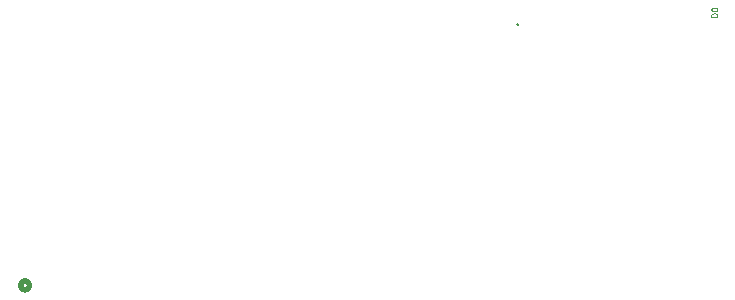
<source format=gbo>
%TF.GenerationSoftware,KiCad,Pcbnew,(7.0.0)*%
%TF.CreationDate,2023-03-13T22:40:24-04:00*%
%TF.ProjectId,luminator,6c756d69-6e61-4746-9f72-2e6b69636164,rev?*%
%TF.SameCoordinates,Original*%
%TF.FileFunction,Legend,Bot*%
%TF.FilePolarity,Positive*%
%FSLAX46Y46*%
G04 Gerber Fmt 4.6, Leading zero omitted, Abs format (unit mm)*
G04 Created by KiCad (PCBNEW (7.0.0)) date 2023-03-13 22:40:24*
%MOMM*%
%LPD*%
G01*
G04 APERTURE LIST*
%ADD10C,0.075000*%
%ADD11C,0.150000*%
%ADD12C,0.508000*%
%ADD13C,1.600000*%
%ADD14R,1.295400X1.295400*%
%ADD15C,1.295400*%
%ADD16R,1.227074X1.227074*%
%ADD17C,1.227074*%
%ADD18R,1.600000X1.600000*%
%ADD19C,1.200000*%
%ADD20C,1.498600*%
%ADD21C,1.524000*%
%ADD22C,3.000000*%
%ADD23R,2.000000X2.000000*%
%ADD24C,2.000000*%
%ADD25R,1.508000X1.508000*%
%ADD26C,1.508000*%
%ADD27C,1.803400*%
%ADD28C,3.200000*%
%ADD29O,1.727200X1.727200*%
%ADD30R,1.727200X1.727200*%
G04 APERTURE END LIST*
D10*
X100273309Y-58281047D02*
X100773309Y-58281047D01*
X100773309Y-58281047D02*
X100773309Y-58161999D01*
X100773309Y-58161999D02*
X100749500Y-58090571D01*
X100749500Y-58090571D02*
X100701880Y-58042952D01*
X100701880Y-58042952D02*
X100654261Y-58019142D01*
X100654261Y-58019142D02*
X100559023Y-57995333D01*
X100559023Y-57995333D02*
X100487595Y-57995333D01*
X100487595Y-57995333D02*
X100392357Y-58019142D01*
X100392357Y-58019142D02*
X100344738Y-58042952D01*
X100344738Y-58042952D02*
X100297119Y-58090571D01*
X100297119Y-58090571D02*
X100273309Y-58161999D01*
X100273309Y-58161999D02*
X100273309Y-58281047D01*
X100773309Y-57685809D02*
X100773309Y-57638190D01*
X100773309Y-57638190D02*
X100749500Y-57590571D01*
X100749500Y-57590571D02*
X100725690Y-57566761D01*
X100725690Y-57566761D02*
X100678071Y-57542952D01*
X100678071Y-57542952D02*
X100582833Y-57519142D01*
X100582833Y-57519142D02*
X100463785Y-57519142D01*
X100463785Y-57519142D02*
X100368547Y-57542952D01*
X100368547Y-57542952D02*
X100320928Y-57566761D01*
X100320928Y-57566761D02*
X100297119Y-57590571D01*
X100297119Y-57590571D02*
X100273309Y-57638190D01*
X100273309Y-57638190D02*
X100273309Y-57685809D01*
X100273309Y-57685809D02*
X100297119Y-57733428D01*
X100297119Y-57733428D02*
X100320928Y-57757237D01*
X100320928Y-57757237D02*
X100368547Y-57781047D01*
X100368547Y-57781047D02*
X100463785Y-57804856D01*
X100463785Y-57804856D02*
X100582833Y-57804856D01*
X100582833Y-57804856D02*
X100678071Y-57781047D01*
X100678071Y-57781047D02*
X100725690Y-57757237D01*
X100725690Y-57757237D02*
X100749500Y-57733428D01*
X100749500Y-57733428D02*
X100773309Y-57685809D01*
D11*
X83838142Y-58928000D02*
X83885761Y-58975619D01*
X83885761Y-58975619D02*
X83933380Y-58928000D01*
X83933380Y-58928000D02*
X83885761Y-58880381D01*
X83885761Y-58880381D02*
X83838142Y-58928000D01*
X83838142Y-58928000D02*
X83933380Y-58928000D01*
D12*
X42545000Y-81026000D02*
G75*
G03*
X42545000Y-81026000I-381000J0D01*
G01*
%LPC*%
D13*
X240538000Y-98806000D03*
X238038000Y-98806000D03*
D14*
X133921499Y-74231499D03*
D15*
X133921500Y-76771500D03*
X133921500Y-79311500D03*
X133921500Y-81851500D03*
X133921500Y-84391500D03*
X133921500Y-86931500D03*
X133921500Y-89471500D03*
X133921500Y-92011500D03*
X141541500Y-92011500D03*
X141541500Y-89471500D03*
X141541500Y-86931500D03*
X141541500Y-84391500D03*
X141541500Y-81851500D03*
X141541500Y-79311500D03*
X141541500Y-76771500D03*
X141541500Y-74231500D03*
D16*
X224682999Y-45084999D03*
D17*
X224683000Y-42545000D03*
X224683000Y-40005000D03*
X224683000Y-37465000D03*
X224683000Y-34925000D03*
X224683000Y-32385000D03*
X224683000Y-29845000D03*
X224683000Y-27305000D03*
X224683000Y-24765000D03*
X217063000Y-24765000D03*
X217063000Y-27305000D03*
X217063000Y-29845000D03*
X217063000Y-32385000D03*
X217063000Y-34925000D03*
X217063000Y-37465000D03*
X217063000Y-40005000D03*
X217063000Y-42545000D03*
X217063000Y-45085000D03*
D14*
X320428299Y-119443499D03*
D15*
X320428300Y-116903500D03*
X320428300Y-114363500D03*
X320428300Y-111823500D03*
X320428300Y-109283500D03*
X320428300Y-106743500D03*
X320428300Y-104203500D03*
X320428300Y-101663500D03*
X312808300Y-101663500D03*
X312808300Y-104203500D03*
X312808300Y-106743500D03*
X312808300Y-109283500D03*
X312808300Y-111823500D03*
X312808300Y-114363500D03*
X312808300Y-116903500D03*
X312808300Y-119443500D03*
D13*
X200533000Y-73406000D03*
X198033000Y-73406000D03*
D18*
X47941112Y-108457999D03*
D13*
X45441113Y-108458000D03*
X240538000Y-73406000D03*
X238038000Y-73406000D03*
D16*
X224682999Y-119379999D03*
D17*
X224683000Y-116840000D03*
X224683000Y-114300000D03*
X224683000Y-111760000D03*
X224683000Y-109220000D03*
X224683000Y-106680000D03*
X224683000Y-104140000D03*
X224683000Y-101600000D03*
X224683000Y-99060000D03*
X217063000Y-99060000D03*
X217063000Y-101600000D03*
X217063000Y-104140000D03*
X217063000Y-106680000D03*
X217063000Y-109220000D03*
X217063000Y-111760000D03*
X217063000Y-114300000D03*
X217063000Y-116840000D03*
X217063000Y-119380000D03*
D19*
X228747000Y-99060000D03*
X228747000Y-101600000D03*
X228747000Y-104140000D03*
X228747000Y-106680000D03*
X228747000Y-109220000D03*
X228747000Y-111760000D03*
X228747000Y-114300000D03*
X228747000Y-116840000D03*
X228747000Y-119380000D03*
D20*
X290055300Y-120650000D03*
X287515300Y-120650000D03*
X290055300Y-118110000D03*
X287515300Y-118110000D03*
X290055300Y-115570000D03*
X287515300Y-115570000D03*
X290055300Y-113030000D03*
X287515300Y-113030000D03*
X290055300Y-110490000D03*
X287515300Y-110490000D03*
X290055300Y-107950000D03*
X287515300Y-107950000D03*
X290055300Y-105410000D03*
X287515300Y-105410000D03*
X290055300Y-102870000D03*
X287515300Y-102870000D03*
X290055300Y-100330000D03*
X287515300Y-100330000D03*
X290055300Y-97790000D03*
X287515300Y-97790000D03*
D13*
X107144500Y-70612000D03*
X109644500Y-70612000D03*
D19*
X118935500Y-119380000D03*
X118935500Y-116840000D03*
X118935500Y-114300000D03*
X118935500Y-111760000D03*
X118935500Y-109220000D03*
X118935500Y-106680000D03*
X118935500Y-104140000D03*
X118935500Y-101600000D03*
X118935500Y-99060000D03*
D21*
X250050300Y-86995000D03*
X247510300Y-86995000D03*
X250050300Y-84455000D03*
X247510300Y-84455000D03*
X250050300Y-81915000D03*
X247510300Y-81915000D03*
X250050300Y-79375000D03*
X247510300Y-79375000D03*
X250050300Y-76835000D03*
X247510300Y-76835000D03*
X250050300Y-74295000D03*
X247510300Y-74295000D03*
X250050300Y-71755000D03*
X247510300Y-71755000D03*
X250050300Y-69215000D03*
X247510300Y-69215000D03*
X250050300Y-66675000D03*
X247510300Y-66675000D03*
X250050300Y-64135000D03*
X247510300Y-64135000D03*
X250050300Y-61595000D03*
X247510300Y-61595000D03*
X250050300Y-59055000D03*
X247510300Y-59055000D03*
X250050300Y-56515000D03*
X247510300Y-56515000D03*
X250050300Y-53975000D03*
X247510300Y-53975000D03*
X250050300Y-51435000D03*
X247510300Y-51435000D03*
X250050300Y-48895000D03*
X247510300Y-48895000D03*
X250050300Y-46355000D03*
X247510300Y-46355000D03*
X250050300Y-43815000D03*
X247510300Y-43815000D03*
X250050300Y-41275000D03*
X247510300Y-41275000D03*
X250050300Y-38735000D03*
X247510300Y-38735000D03*
X250050300Y-36195000D03*
X247510300Y-36195000D03*
X250050300Y-33655000D03*
X247510300Y-33655000D03*
X250050300Y-31115000D03*
X247510300Y-31115000D03*
X250050300Y-28575000D03*
X247510300Y-28575000D03*
X250050300Y-26035000D03*
X247510300Y-26035000D03*
D20*
X210058000Y-120650000D03*
X207518000Y-120650000D03*
X210058000Y-118110000D03*
X207518000Y-118110000D03*
X210058000Y-115570000D03*
X207518000Y-115570000D03*
X210058000Y-113030000D03*
X207518000Y-113030000D03*
X210058000Y-110490000D03*
X207518000Y-110490000D03*
X210058000Y-107950000D03*
X207518000Y-107950000D03*
X210058000Y-105410000D03*
X207518000Y-105410000D03*
X210058000Y-102870000D03*
X207518000Y-102870000D03*
X210058000Y-100330000D03*
X207518000Y-100330000D03*
X210058000Y-97790000D03*
X207518000Y-97790000D03*
D14*
X200425999Y-45148499D03*
D15*
X200426000Y-42608500D03*
X200426000Y-40068500D03*
X200426000Y-37528500D03*
X200426000Y-34988500D03*
X200426000Y-32448500D03*
X200426000Y-29908500D03*
X200426000Y-27368500D03*
X192806000Y-27368500D03*
X192806000Y-29908500D03*
X192806000Y-32448500D03*
X192806000Y-34988500D03*
X192806000Y-37528500D03*
X192806000Y-40068500D03*
X192806000Y-42608500D03*
X192806000Y-45148500D03*
D14*
X280423299Y-119443499D03*
D15*
X280423300Y-116903500D03*
X280423300Y-114363500D03*
X280423300Y-111823500D03*
X280423300Y-109283500D03*
X280423300Y-106743500D03*
X280423300Y-104203500D03*
X280423300Y-101663500D03*
X272803300Y-101663500D03*
X272803300Y-104203500D03*
X272803300Y-106743500D03*
X272803300Y-109283500D03*
X272803300Y-111823500D03*
X272803300Y-114363500D03*
X272803300Y-116903500D03*
X272803300Y-119443500D03*
D19*
X268739300Y-24765000D03*
X268739300Y-27305000D03*
X268739300Y-29845000D03*
X268739300Y-32385000D03*
X268739300Y-34925000D03*
X268739300Y-37465000D03*
X268739300Y-40005000D03*
X268739300Y-42545000D03*
X268739300Y-45085000D03*
D13*
X133814500Y-45974000D03*
X136314500Y-45974000D03*
D14*
X280423299Y-45148499D03*
D15*
X280423300Y-42608500D03*
X280423300Y-40068500D03*
X280423300Y-37528500D03*
X280423300Y-34988500D03*
X280423300Y-32448500D03*
X280423300Y-29908500D03*
X280423300Y-27368500D03*
X272803300Y-27368500D03*
X272803300Y-29908500D03*
X272803300Y-32448500D03*
X272803300Y-34988500D03*
X272803300Y-37528500D03*
X272803300Y-40068500D03*
X272803300Y-42608500D03*
X272803300Y-45148500D03*
D13*
X240538000Y-48514000D03*
X238038000Y-48514000D03*
D16*
X122999499Y-74294999D03*
D17*
X122999500Y-76835000D03*
X122999500Y-79375000D03*
X122999500Y-81915000D03*
X122999500Y-84455000D03*
X122999500Y-86995000D03*
X122999500Y-89535000D03*
X122999500Y-92075000D03*
X122999500Y-94615000D03*
X130619500Y-94615000D03*
X130619500Y-92075000D03*
X130619500Y-89535000D03*
X130619500Y-86995000D03*
X130619500Y-84455000D03*
X130619500Y-81915000D03*
X130619500Y-79375000D03*
X130619500Y-76835000D03*
X130619500Y-74295000D03*
D16*
X304680299Y-119379999D03*
D17*
X304680300Y-116840000D03*
X304680300Y-114300000D03*
X304680300Y-111760000D03*
X304680300Y-109220000D03*
X304680300Y-106680000D03*
X304680300Y-104140000D03*
X304680300Y-101600000D03*
X304680300Y-99060000D03*
X297060300Y-99060000D03*
X297060300Y-101600000D03*
X297060300Y-104140000D03*
X297060300Y-106680000D03*
X297060300Y-109220000D03*
X297060300Y-111760000D03*
X297060300Y-114300000D03*
X297060300Y-116840000D03*
X297060300Y-119380000D03*
D16*
X304680299Y-69849999D03*
D17*
X304680300Y-67310000D03*
X304680300Y-64770000D03*
X304680300Y-62230000D03*
X304680300Y-59690000D03*
X304680300Y-57150000D03*
X304680300Y-54610000D03*
X304680300Y-52070000D03*
X304680300Y-49530000D03*
X297060300Y-49530000D03*
X297060300Y-52070000D03*
X297060300Y-54610000D03*
X297060300Y-57150000D03*
X297060300Y-59690000D03*
X297060300Y-62230000D03*
X297060300Y-64770000D03*
X297060300Y-67310000D03*
X297060300Y-69850000D03*
D13*
X200533000Y-98806000D03*
X198033000Y-98806000D03*
D20*
X250050300Y-120650000D03*
X247510300Y-120650000D03*
X250050300Y-118110000D03*
X247510300Y-118110000D03*
X250050300Y-115570000D03*
X247510300Y-115570000D03*
X250050300Y-113030000D03*
X247510300Y-113030000D03*
X250050300Y-110490000D03*
X247510300Y-110490000D03*
X250050300Y-107950000D03*
X247510300Y-107950000D03*
X250050300Y-105410000D03*
X247510300Y-105410000D03*
X250050300Y-102870000D03*
X247510300Y-102870000D03*
X250050300Y-100330000D03*
X247510300Y-100330000D03*
X250050300Y-97790000D03*
X247510300Y-97790000D03*
D13*
X280530300Y-73406000D03*
X278030300Y-73406000D03*
D14*
X240430999Y-69913499D03*
D15*
X240431000Y-67373500D03*
X240431000Y-64833500D03*
X240431000Y-62293500D03*
X240431000Y-59753500D03*
X240431000Y-57213500D03*
X240431000Y-54673500D03*
X240431000Y-52133500D03*
X232811000Y-52133500D03*
X232811000Y-54673500D03*
X232811000Y-57213500D03*
X232811000Y-59753500D03*
X232811000Y-62293500D03*
X232811000Y-64833500D03*
X232811000Y-67373500D03*
X232811000Y-69913500D03*
D19*
X268739300Y-99060000D03*
X268739300Y-101600000D03*
X268739300Y-104140000D03*
X268739300Y-106680000D03*
X268739300Y-109220000D03*
X268739300Y-111760000D03*
X268739300Y-114300000D03*
X268739300Y-116840000D03*
X268739300Y-119380000D03*
X308744300Y-49530000D03*
X308744300Y-52070000D03*
X308744300Y-54610000D03*
X308744300Y-57150000D03*
X308744300Y-59690000D03*
X308744300Y-62230000D03*
X308744300Y-64770000D03*
X308744300Y-67310000D03*
X308744300Y-69850000D03*
D16*
X149669499Y-49529999D03*
D17*
X149669500Y-52070000D03*
X149669500Y-54610000D03*
X149669500Y-57150000D03*
X149669500Y-59690000D03*
X149669500Y-62230000D03*
X149669500Y-64770000D03*
X149669500Y-67310000D03*
X149669500Y-69850000D03*
X157289500Y-69850000D03*
X157289500Y-67310000D03*
X157289500Y-64770000D03*
X157289500Y-62230000D03*
X157289500Y-59690000D03*
X157289500Y-57150000D03*
X157289500Y-54610000D03*
X157289500Y-52070000D03*
X157289500Y-49530000D03*
D14*
X107251499Y-98996499D03*
D15*
X107251500Y-101536500D03*
X107251500Y-104076500D03*
X107251500Y-106616500D03*
X107251500Y-109156500D03*
X107251500Y-111696500D03*
X107251500Y-114236500D03*
X107251500Y-116776500D03*
X114871500Y-116776500D03*
X114871500Y-114236500D03*
X114871500Y-111696500D03*
X114871500Y-109156500D03*
X114871500Y-106616500D03*
X114871500Y-104076500D03*
X114871500Y-101536500D03*
X114871500Y-98996500D03*
D14*
X200425999Y-69913499D03*
D15*
X200426000Y-67373500D03*
X200426000Y-64833500D03*
X200426000Y-62293500D03*
X200426000Y-59753500D03*
X200426000Y-57213500D03*
X200426000Y-54673500D03*
X200426000Y-52133500D03*
X192806000Y-52133500D03*
X192806000Y-54673500D03*
X192806000Y-57213500D03*
X192806000Y-59753500D03*
X192806000Y-62293500D03*
X192806000Y-64833500D03*
X192806000Y-67373500D03*
X192806000Y-69913500D03*
D22*
X69304000Y-62123000D03*
X69304000Y-109073000D03*
X93814000Y-62123000D03*
X93814000Y-109073000D03*
D23*
X94233999Y-101112999D03*
D24*
X94234000Y-98573000D03*
X94234000Y-96033000D03*
X94234000Y-93493000D03*
X94234000Y-90953000D03*
X94234000Y-88413000D03*
X94234000Y-85873000D03*
X94234000Y-83333000D03*
X94234000Y-80793000D03*
X94234000Y-78253000D03*
X94234000Y-75713000D03*
X94234000Y-73173000D03*
X94234000Y-70633000D03*
X94234000Y-68093000D03*
X94234000Y-65553000D03*
X68834000Y-65553000D03*
X68834000Y-68093000D03*
X68834000Y-70633000D03*
X68834000Y-73173000D03*
X68834000Y-75713000D03*
X68834000Y-78253000D03*
X68834000Y-80793000D03*
X68834000Y-83333000D03*
X68834000Y-85873000D03*
X68834000Y-88413000D03*
X68834000Y-90953000D03*
X68834000Y-93493000D03*
X68834000Y-96033000D03*
X68834000Y-98573000D03*
X68834000Y-101113000D03*
D16*
X122999499Y-49529999D03*
D17*
X122999500Y-52070000D03*
X122999500Y-54610000D03*
X122999500Y-57150000D03*
X122999500Y-59690000D03*
X122999500Y-62230000D03*
X122999500Y-64770000D03*
X122999500Y-67310000D03*
X122999500Y-69850000D03*
X130619500Y-69850000D03*
X130619500Y-67310000D03*
X130619500Y-64770000D03*
X130619500Y-62230000D03*
X130619500Y-59690000D03*
X130619500Y-57150000D03*
X130619500Y-54610000D03*
X130619500Y-52070000D03*
X130619500Y-49530000D03*
D14*
X240430999Y-45148499D03*
D15*
X240431000Y-42608500D03*
X240431000Y-40068500D03*
X240431000Y-37528500D03*
X240431000Y-34988500D03*
X240431000Y-32448500D03*
X240431000Y-29908500D03*
X240431000Y-27368500D03*
X232811000Y-27368500D03*
X232811000Y-29908500D03*
X232811000Y-32448500D03*
X232811000Y-34988500D03*
X232811000Y-37528500D03*
X232811000Y-40068500D03*
X232811000Y-42608500D03*
X232811000Y-45148500D03*
D14*
X133921499Y-24701499D03*
D15*
X133921500Y-27241500D03*
X133921500Y-29781500D03*
X133921500Y-32321500D03*
X133921500Y-34861500D03*
X133921500Y-37401500D03*
X133921500Y-39941500D03*
X133921500Y-42481500D03*
X141541500Y-42481500D03*
X141541500Y-39941500D03*
X141541500Y-37401500D03*
X141541500Y-34861500D03*
X141541500Y-32321500D03*
X141541500Y-29781500D03*
X141541500Y-27241500D03*
X141541500Y-24701500D03*
D19*
X188742000Y-99060000D03*
X188742000Y-101600000D03*
X188742000Y-104140000D03*
X188742000Y-106680000D03*
X188742000Y-109220000D03*
X188742000Y-111760000D03*
X188742000Y-114300000D03*
X188742000Y-116840000D03*
X188742000Y-119380000D03*
X188742000Y-74295000D03*
X188742000Y-76835000D03*
X188742000Y-79375000D03*
X188742000Y-81915000D03*
X188742000Y-84455000D03*
X188742000Y-86995000D03*
X188742000Y-89535000D03*
X188742000Y-92075000D03*
X188742000Y-94615000D03*
X145605500Y-45085000D03*
X145605500Y-42545000D03*
X145605500Y-40005000D03*
X145605500Y-37465000D03*
X145605500Y-34925000D03*
X145605500Y-32385000D03*
X145605500Y-29845000D03*
X145605500Y-27305000D03*
X145605500Y-24765000D03*
X145605500Y-119380000D03*
X145605500Y-116840000D03*
X145605500Y-114300000D03*
X145605500Y-111760000D03*
X145605500Y-109220000D03*
X145605500Y-106680000D03*
X145605500Y-104140000D03*
X145605500Y-101600000D03*
X145605500Y-99060000D03*
D13*
X320535300Y-98806000D03*
X318035300Y-98806000D03*
D19*
X228747000Y-24765000D03*
X228747000Y-27305000D03*
X228747000Y-29845000D03*
X228747000Y-32385000D03*
X228747000Y-34925000D03*
X228747000Y-37465000D03*
X228747000Y-40005000D03*
X228747000Y-42545000D03*
X228747000Y-45085000D03*
D16*
X149669499Y-24764999D03*
D17*
X149669500Y-27305000D03*
X149669500Y-29845000D03*
X149669500Y-32385000D03*
X149669500Y-34925000D03*
X149669500Y-37465000D03*
X149669500Y-40005000D03*
X149669500Y-42545000D03*
X149669500Y-45085000D03*
X157289500Y-45085000D03*
X157289500Y-42545000D03*
X157289500Y-40005000D03*
X157289500Y-37465000D03*
X157289500Y-34925000D03*
X157289500Y-32385000D03*
X157289500Y-29845000D03*
X157289500Y-27305000D03*
X157289500Y-24765000D03*
D16*
X264675299Y-69849999D03*
D17*
X264675300Y-67310000D03*
X264675300Y-64770000D03*
X264675300Y-62230000D03*
X264675300Y-59690000D03*
X264675300Y-57150000D03*
X264675300Y-54610000D03*
X264675300Y-52070000D03*
X264675300Y-49530000D03*
X257055300Y-49530000D03*
X257055300Y-52070000D03*
X257055300Y-54610000D03*
X257055300Y-57150000D03*
X257055300Y-59690000D03*
X257055300Y-62230000D03*
X257055300Y-64770000D03*
X257055300Y-67310000D03*
X257055300Y-69850000D03*
D16*
X184677999Y-94614999D03*
D17*
X184678000Y-92075000D03*
X184678000Y-89535000D03*
X184678000Y-86995000D03*
X184678000Y-84455000D03*
X184678000Y-81915000D03*
X184678000Y-79375000D03*
X184678000Y-76835000D03*
X184678000Y-74295000D03*
X177058000Y-74295000D03*
X177058000Y-76835000D03*
X177058000Y-79375000D03*
X177058000Y-81915000D03*
X177058000Y-84455000D03*
X177058000Y-86995000D03*
X177058000Y-89535000D03*
X177058000Y-92075000D03*
X177058000Y-94615000D03*
D13*
X134068500Y-70866000D03*
X136568500Y-70866000D03*
D14*
X240430999Y-119443499D03*
D15*
X240431000Y-116903500D03*
X240431000Y-114363500D03*
X240431000Y-111823500D03*
X240431000Y-109283500D03*
X240431000Y-106743500D03*
X240431000Y-104203500D03*
X240431000Y-101663500D03*
X232811000Y-101663500D03*
X232811000Y-104203500D03*
X232811000Y-106743500D03*
X232811000Y-109283500D03*
X232811000Y-111823500D03*
X232811000Y-114363500D03*
X232811000Y-116903500D03*
X232811000Y-119443500D03*
D16*
X149669499Y-99059999D03*
D17*
X149669500Y-101600000D03*
X149669500Y-104140000D03*
X149669500Y-106680000D03*
X149669500Y-109220000D03*
X149669500Y-111760000D03*
X149669500Y-114300000D03*
X149669500Y-116840000D03*
X149669500Y-119380000D03*
X157289500Y-119380000D03*
X157289500Y-116840000D03*
X157289500Y-114300000D03*
X157289500Y-111760000D03*
X157289500Y-109220000D03*
X157289500Y-106680000D03*
X157289500Y-104140000D03*
X157289500Y-101600000D03*
X157289500Y-99060000D03*
D21*
X210058000Y-86995000D03*
X207518000Y-86995000D03*
X210058000Y-84455000D03*
X207518000Y-84455000D03*
X210058000Y-81915000D03*
X207518000Y-81915000D03*
X210058000Y-79375000D03*
X207518000Y-79375000D03*
X210058000Y-76835000D03*
X207518000Y-76835000D03*
X210058000Y-74295000D03*
X207518000Y-74295000D03*
X210058000Y-71755000D03*
X207518000Y-71755000D03*
X210058000Y-69215000D03*
X207518000Y-69215000D03*
X210058000Y-66675000D03*
X207518000Y-66675000D03*
X210058000Y-64135000D03*
X207518000Y-64135000D03*
X210058000Y-61595000D03*
X207518000Y-61595000D03*
X210058000Y-59055000D03*
X207518000Y-59055000D03*
X210058000Y-56515000D03*
X207518000Y-56515000D03*
X210058000Y-53975000D03*
X207518000Y-53975000D03*
X210058000Y-51435000D03*
X207518000Y-51435000D03*
X210058000Y-48895000D03*
X207518000Y-48895000D03*
X210058000Y-46355000D03*
X207518000Y-46355000D03*
X210058000Y-43815000D03*
X207518000Y-43815000D03*
X210058000Y-41275000D03*
X207518000Y-41275000D03*
X210058000Y-38735000D03*
X207518000Y-38735000D03*
X210058000Y-36195000D03*
X207518000Y-36195000D03*
X210058000Y-33655000D03*
X207518000Y-33655000D03*
X210058000Y-31115000D03*
X207518000Y-31115000D03*
X210058000Y-28575000D03*
X207518000Y-28575000D03*
X210058000Y-26035000D03*
X207518000Y-26035000D03*
D16*
X264675299Y-45084999D03*
D17*
X264675300Y-42545000D03*
X264675300Y-40005000D03*
X264675300Y-37465000D03*
X264675300Y-34925000D03*
X264675300Y-32385000D03*
X264675300Y-29845000D03*
X264675300Y-27305000D03*
X264675300Y-24765000D03*
X257055300Y-24765000D03*
X257055300Y-27305000D03*
X257055300Y-29845000D03*
X257055300Y-32385000D03*
X257055300Y-34925000D03*
X257055300Y-37465000D03*
X257055300Y-40005000D03*
X257055300Y-42545000D03*
X257055300Y-45085000D03*
D16*
X184677999Y-119379999D03*
D17*
X184678000Y-116840000D03*
X184678000Y-114300000D03*
X184678000Y-111760000D03*
X184678000Y-109220000D03*
X184678000Y-106680000D03*
X184678000Y-104140000D03*
X184678000Y-101600000D03*
X184678000Y-99060000D03*
X177058000Y-99060000D03*
X177058000Y-101600000D03*
X177058000Y-104140000D03*
X177058000Y-106680000D03*
X177058000Y-109220000D03*
X177058000Y-111760000D03*
X177058000Y-114300000D03*
X177058000Y-116840000D03*
X177058000Y-119380000D03*
D14*
X320428299Y-45148499D03*
D15*
X320428300Y-42608500D03*
X320428300Y-40068500D03*
X320428300Y-37528500D03*
X320428300Y-34988500D03*
X320428300Y-32448500D03*
X320428300Y-29908500D03*
X320428300Y-27368500D03*
X312808300Y-27368500D03*
X312808300Y-29908500D03*
X312808300Y-32448500D03*
X312808300Y-34988500D03*
X312808300Y-37528500D03*
X312808300Y-40068500D03*
X312808300Y-42608500D03*
X312808300Y-45148500D03*
D13*
X107144500Y-45974000D03*
X109644500Y-45974000D03*
D25*
X41401999Y-117855999D03*
D26*
X43942000Y-117856000D03*
X46482000Y-117856000D03*
D19*
X308744300Y-24765000D03*
X308744300Y-27305000D03*
X308744300Y-29845000D03*
X308744300Y-32385000D03*
X308744300Y-34925000D03*
X308744300Y-37465000D03*
X308744300Y-40005000D03*
X308744300Y-42545000D03*
X308744300Y-45085000D03*
D16*
X149669499Y-74294999D03*
D17*
X149669500Y-76835000D03*
X149669500Y-79375000D03*
X149669500Y-81915000D03*
X149669500Y-84455000D03*
X149669500Y-86995000D03*
X149669500Y-89535000D03*
X149669500Y-92075000D03*
X149669500Y-94615000D03*
X157289500Y-94615000D03*
X157289500Y-92075000D03*
X157289500Y-89535000D03*
X157289500Y-86995000D03*
X157289500Y-84455000D03*
X157289500Y-81915000D03*
X157289500Y-79375000D03*
X157289500Y-76835000D03*
X157289500Y-74295000D03*
D13*
X280530300Y-48514000D03*
X278030300Y-48514000D03*
D27*
X42164000Y-84328000D03*
X42164000Y-89408000D03*
D16*
X224682999Y-94614999D03*
D17*
X224683000Y-92075000D03*
X224683000Y-89535000D03*
X224683000Y-86995000D03*
X224683000Y-84455000D03*
X224683000Y-81915000D03*
X224683000Y-79375000D03*
X224683000Y-76835000D03*
X224683000Y-74295000D03*
X217063000Y-74295000D03*
X217063000Y-76835000D03*
X217063000Y-79375000D03*
X217063000Y-81915000D03*
X217063000Y-84455000D03*
X217063000Y-86995000D03*
X217063000Y-89535000D03*
X217063000Y-92075000D03*
X217063000Y-94615000D03*
D14*
X133921499Y-49466499D03*
D15*
X133921500Y-52006500D03*
X133921500Y-54546500D03*
X133921500Y-57086500D03*
X133921500Y-59626500D03*
X133921500Y-62166500D03*
X133921500Y-64706500D03*
X133921500Y-67246500D03*
X141541500Y-67246500D03*
X141541500Y-64706500D03*
X141541500Y-62166500D03*
X141541500Y-59626500D03*
X141541500Y-57086500D03*
X141541500Y-54546500D03*
X141541500Y-52006500D03*
X141541500Y-49466500D03*
D14*
X200425999Y-94678499D03*
D15*
X200426000Y-92138500D03*
X200426000Y-89598500D03*
X200426000Y-87058500D03*
X200426000Y-84518500D03*
X200426000Y-81978500D03*
X200426000Y-79438500D03*
X200426000Y-76898500D03*
X192806000Y-76898500D03*
X192806000Y-79438500D03*
X192806000Y-81978500D03*
X192806000Y-84518500D03*
X192806000Y-87058500D03*
X192806000Y-89598500D03*
X192806000Y-92138500D03*
X192806000Y-94678500D03*
D13*
X280530300Y-98806000D03*
X278030300Y-98806000D03*
D21*
X290055300Y-86995000D03*
X287515300Y-86995000D03*
X290055300Y-84455000D03*
X287515300Y-84455000D03*
X290055300Y-81915000D03*
X287515300Y-81915000D03*
X290055300Y-79375000D03*
X287515300Y-79375000D03*
X290055300Y-76835000D03*
X287515300Y-76835000D03*
X290055300Y-74295000D03*
X287515300Y-74295000D03*
X290055300Y-71755000D03*
X287515300Y-71755000D03*
X290055300Y-69215000D03*
X287515300Y-69215000D03*
X290055300Y-66675000D03*
X287515300Y-66675000D03*
X290055300Y-64135000D03*
X287515300Y-64135000D03*
X290055300Y-61595000D03*
X287515300Y-61595000D03*
X290055300Y-59055000D03*
X287515300Y-59055000D03*
X290055300Y-56515000D03*
X287515300Y-56515000D03*
X290055300Y-53975000D03*
X287515300Y-53975000D03*
X290055300Y-51435000D03*
X287515300Y-51435000D03*
X290055300Y-48895000D03*
X287515300Y-48895000D03*
X290055300Y-46355000D03*
X287515300Y-46355000D03*
X290055300Y-43815000D03*
X287515300Y-43815000D03*
X290055300Y-41275000D03*
X287515300Y-41275000D03*
X290055300Y-38735000D03*
X287515300Y-38735000D03*
X290055300Y-36195000D03*
X287515300Y-36195000D03*
X290055300Y-33655000D03*
X287515300Y-33655000D03*
X290055300Y-31115000D03*
X287515300Y-31115000D03*
X290055300Y-28575000D03*
X287515300Y-28575000D03*
X290055300Y-26035000D03*
X287515300Y-26035000D03*
D14*
X280423299Y-94678499D03*
D15*
X280423300Y-92138500D03*
X280423300Y-89598500D03*
X280423300Y-87058500D03*
X280423300Y-84518500D03*
X280423300Y-81978500D03*
X280423300Y-79438500D03*
X280423300Y-76898500D03*
X272803300Y-76898500D03*
X272803300Y-79438500D03*
X272803300Y-81978500D03*
X272803300Y-84518500D03*
X272803300Y-87058500D03*
X272803300Y-89598500D03*
X272803300Y-92138500D03*
X272803300Y-94678500D03*
D19*
X228747000Y-74295000D03*
X228747000Y-76835000D03*
X228747000Y-79375000D03*
X228747000Y-81915000D03*
X228747000Y-84455000D03*
X228747000Y-86995000D03*
X228747000Y-89535000D03*
X228747000Y-92075000D03*
X228747000Y-94615000D03*
D14*
X320428299Y-69913499D03*
D15*
X320428300Y-67373500D03*
X320428300Y-64833500D03*
X320428300Y-62293500D03*
X320428300Y-59753500D03*
X320428300Y-57213500D03*
X320428300Y-54673500D03*
X320428300Y-52133500D03*
X312808300Y-52133500D03*
X312808300Y-54673500D03*
X312808300Y-57213500D03*
X312808300Y-59753500D03*
X312808300Y-62293500D03*
X312808300Y-64833500D03*
X312808300Y-67373500D03*
X312808300Y-69913500D03*
D13*
X320535300Y-73406000D03*
X318035300Y-73406000D03*
X320535300Y-48514000D03*
X318035300Y-48514000D03*
D16*
X224682999Y-69849999D03*
D17*
X224683000Y-67310000D03*
X224683000Y-64770000D03*
X224683000Y-62230000D03*
X224683000Y-59690000D03*
X224683000Y-57150000D03*
X224683000Y-54610000D03*
X224683000Y-52070000D03*
X224683000Y-49530000D03*
X217063000Y-49530000D03*
X217063000Y-52070000D03*
X217063000Y-54610000D03*
X217063000Y-57150000D03*
X217063000Y-59690000D03*
X217063000Y-62230000D03*
X217063000Y-64770000D03*
X217063000Y-67310000D03*
X217063000Y-69850000D03*
D19*
X118935500Y-45085000D03*
X118935500Y-42545000D03*
X118935500Y-40005000D03*
X118935500Y-37465000D03*
X118935500Y-34925000D03*
X118935500Y-32385000D03*
X118935500Y-29845000D03*
X118935500Y-27305000D03*
X118935500Y-24765000D03*
D16*
X122999499Y-99059999D03*
D17*
X122999500Y-101600000D03*
X122999500Y-104140000D03*
X122999500Y-106680000D03*
X122999500Y-109220000D03*
X122999500Y-111760000D03*
X122999500Y-114300000D03*
X122999500Y-116840000D03*
X122999500Y-119380000D03*
X130619500Y-119380000D03*
X130619500Y-116840000D03*
X130619500Y-114300000D03*
X130619500Y-111760000D03*
X130619500Y-109220000D03*
X130619500Y-106680000D03*
X130619500Y-104140000D03*
X130619500Y-101600000D03*
X130619500Y-99060000D03*
D13*
X134068500Y-95504000D03*
X136568500Y-95504000D03*
D16*
X184677999Y-69849999D03*
D17*
X184678000Y-67310000D03*
X184678000Y-64770000D03*
X184678000Y-62230000D03*
X184678000Y-59690000D03*
X184678000Y-57150000D03*
X184678000Y-54610000D03*
X184678000Y-52070000D03*
X184678000Y-49530000D03*
X177058000Y-49530000D03*
X177058000Y-52070000D03*
X177058000Y-54610000D03*
X177058000Y-57150000D03*
X177058000Y-59690000D03*
X177058000Y-62230000D03*
X177058000Y-64770000D03*
X177058000Y-67310000D03*
X177058000Y-69850000D03*
D19*
X228747000Y-49530000D03*
X228747000Y-52070000D03*
X228747000Y-54610000D03*
X228747000Y-57150000D03*
X228747000Y-59690000D03*
X228747000Y-62230000D03*
X228747000Y-64770000D03*
X228747000Y-67310000D03*
X228747000Y-69850000D03*
D14*
X200425999Y-119443499D03*
D15*
X200426000Y-116903500D03*
X200426000Y-114363500D03*
X200426000Y-111823500D03*
X200426000Y-109283500D03*
X200426000Y-106743500D03*
X200426000Y-104203500D03*
X200426000Y-101663500D03*
X192806000Y-101663500D03*
X192806000Y-104203500D03*
X192806000Y-106743500D03*
X192806000Y-109283500D03*
X192806000Y-111823500D03*
X192806000Y-114363500D03*
X192806000Y-116903500D03*
X192806000Y-119443500D03*
D19*
X308744300Y-74295000D03*
X308744300Y-76835000D03*
X308744300Y-79375000D03*
X308744300Y-81915000D03*
X308744300Y-84455000D03*
X308744300Y-86995000D03*
X308744300Y-89535000D03*
X308744300Y-92075000D03*
X308744300Y-94615000D03*
D14*
X320428299Y-94678499D03*
D15*
X320428300Y-92138500D03*
X320428300Y-89598500D03*
X320428300Y-87058500D03*
X320428300Y-84518500D03*
X320428300Y-81978500D03*
X320428300Y-79438500D03*
X320428300Y-76898500D03*
X312808300Y-76898500D03*
X312808300Y-79438500D03*
X312808300Y-81978500D03*
X312808300Y-84518500D03*
X312808300Y-87058500D03*
X312808300Y-89598500D03*
X312808300Y-92138500D03*
X312808300Y-94678500D03*
D25*
X95757999Y-118109999D03*
D26*
X98298000Y-118110000D03*
X100838000Y-118110000D03*
D19*
X145605500Y-69850000D03*
X145605500Y-67310000D03*
X145605500Y-64770000D03*
X145605500Y-62230000D03*
X145605500Y-59690000D03*
X145605500Y-57150000D03*
X145605500Y-54610000D03*
X145605500Y-52070000D03*
X145605500Y-49530000D03*
D16*
X264675299Y-119379999D03*
D17*
X264675300Y-116840000D03*
X264675300Y-114300000D03*
X264675300Y-111760000D03*
X264675300Y-109220000D03*
X264675300Y-106680000D03*
X264675300Y-104140000D03*
X264675300Y-101600000D03*
X264675300Y-99060000D03*
X257055300Y-99060000D03*
X257055300Y-101600000D03*
X257055300Y-104140000D03*
X257055300Y-106680000D03*
X257055300Y-109220000D03*
X257055300Y-111760000D03*
X257055300Y-114300000D03*
X257055300Y-116840000D03*
X257055300Y-119380000D03*
D13*
X200533000Y-48514000D03*
X198033000Y-48514000D03*
D19*
X308744300Y-99060000D03*
X308744300Y-101600000D03*
X308744300Y-104140000D03*
X308744300Y-106680000D03*
X308744300Y-109220000D03*
X308744300Y-111760000D03*
X308744300Y-114300000D03*
X308744300Y-116840000D03*
X308744300Y-119380000D03*
D14*
X107251499Y-24701499D03*
D15*
X107251500Y-27241500D03*
X107251500Y-29781500D03*
X107251500Y-32321500D03*
X107251500Y-34861500D03*
X107251500Y-37401500D03*
X107251500Y-39941500D03*
X107251500Y-42481500D03*
X114871500Y-42481500D03*
X114871500Y-39941500D03*
X114871500Y-37401500D03*
X114871500Y-34861500D03*
X114871500Y-32321500D03*
X114871500Y-29781500D03*
X114871500Y-27241500D03*
X114871500Y-24701500D03*
D19*
X188742000Y-24765000D03*
X188742000Y-27305000D03*
X188742000Y-29845000D03*
X188742000Y-32385000D03*
X188742000Y-34925000D03*
X188742000Y-37465000D03*
X188742000Y-40005000D03*
X188742000Y-42545000D03*
X188742000Y-45085000D03*
D20*
X170053000Y-120650000D03*
X167513000Y-120650000D03*
X170053000Y-118110000D03*
X167513000Y-118110000D03*
X170053000Y-115570000D03*
X167513000Y-115570000D03*
X170053000Y-113030000D03*
X167513000Y-113030000D03*
X170053000Y-110490000D03*
X167513000Y-110490000D03*
X170053000Y-107950000D03*
X167513000Y-107950000D03*
X170053000Y-105410000D03*
X167513000Y-105410000D03*
X170053000Y-102870000D03*
X167513000Y-102870000D03*
X170053000Y-100330000D03*
X167513000Y-100330000D03*
X170053000Y-97790000D03*
X167513000Y-97790000D03*
D16*
X264675299Y-94614999D03*
D17*
X264675300Y-92075000D03*
X264675300Y-89535000D03*
X264675300Y-86995000D03*
X264675300Y-84455000D03*
X264675300Y-81915000D03*
X264675300Y-79375000D03*
X264675300Y-76835000D03*
X264675300Y-74295000D03*
X257055300Y-74295000D03*
X257055300Y-76835000D03*
X257055300Y-79375000D03*
X257055300Y-81915000D03*
X257055300Y-84455000D03*
X257055300Y-86995000D03*
X257055300Y-89535000D03*
X257055300Y-92075000D03*
X257055300Y-94615000D03*
D19*
X268739300Y-49530000D03*
X268739300Y-52070000D03*
X268739300Y-54610000D03*
X268739300Y-57150000D03*
X268739300Y-59690000D03*
X268739300Y-62230000D03*
X268739300Y-64770000D03*
X268739300Y-67310000D03*
X268739300Y-69850000D03*
D21*
X54102000Y-45974000D03*
X54102000Y-33274000D03*
X54102000Y-40894000D03*
X54102000Y-38354000D03*
X54102000Y-43434000D03*
X54102000Y-35814000D03*
D16*
X304680299Y-94614999D03*
D17*
X304680300Y-92075000D03*
X304680300Y-89535000D03*
X304680300Y-86995000D03*
X304680300Y-84455000D03*
X304680300Y-81915000D03*
X304680300Y-79375000D03*
X304680300Y-76835000D03*
X304680300Y-74295000D03*
X297060300Y-74295000D03*
X297060300Y-76835000D03*
X297060300Y-79375000D03*
X297060300Y-81915000D03*
X297060300Y-84455000D03*
X297060300Y-86995000D03*
X297060300Y-89535000D03*
X297060300Y-92075000D03*
X297060300Y-94615000D03*
D16*
X304680299Y-45084999D03*
D17*
X304680300Y-42545000D03*
X304680300Y-40005000D03*
X304680300Y-37465000D03*
X304680300Y-34925000D03*
X304680300Y-32385000D03*
X304680300Y-29845000D03*
X304680300Y-27305000D03*
X304680300Y-24765000D03*
X297060300Y-24765000D03*
X297060300Y-27305000D03*
X297060300Y-29845000D03*
X297060300Y-32385000D03*
X297060300Y-34925000D03*
X297060300Y-37465000D03*
X297060300Y-40005000D03*
X297060300Y-42545000D03*
X297060300Y-45085000D03*
D16*
X122999499Y-24764999D03*
D17*
X122999500Y-27305000D03*
X122999500Y-29845000D03*
X122999500Y-32385000D03*
X122999500Y-34925000D03*
X122999500Y-37465000D03*
X122999500Y-40005000D03*
X122999500Y-42545000D03*
X122999500Y-45085000D03*
X130619500Y-45085000D03*
X130619500Y-42545000D03*
X130619500Y-40005000D03*
X130619500Y-37465000D03*
X130619500Y-34925000D03*
X130619500Y-32385000D03*
X130619500Y-29845000D03*
X130619500Y-27305000D03*
X130619500Y-24765000D03*
D14*
X107251499Y-74231499D03*
D15*
X107251500Y-76771500D03*
X107251500Y-79311500D03*
X107251500Y-81851500D03*
X107251500Y-84391500D03*
X107251500Y-86931500D03*
X107251500Y-89471500D03*
X107251500Y-92011500D03*
X114871500Y-92011500D03*
X114871500Y-89471500D03*
X114871500Y-86931500D03*
X114871500Y-84391500D03*
X114871500Y-81851500D03*
X114871500Y-79311500D03*
X114871500Y-76771500D03*
X114871500Y-74231500D03*
D19*
X118935500Y-94615000D03*
X118935500Y-92075000D03*
X118935500Y-89535000D03*
X118935500Y-86995000D03*
X118935500Y-84455000D03*
X118935500Y-81915000D03*
X118935500Y-79375000D03*
X118935500Y-76835000D03*
X118935500Y-74295000D03*
D14*
X240430999Y-94678499D03*
D15*
X240431000Y-92138500D03*
X240431000Y-89598500D03*
X240431000Y-87058500D03*
X240431000Y-84518500D03*
X240431000Y-81978500D03*
X240431000Y-79438500D03*
X240431000Y-76898500D03*
X232811000Y-76898500D03*
X232811000Y-79438500D03*
X232811000Y-81978500D03*
X232811000Y-84518500D03*
X232811000Y-87058500D03*
X232811000Y-89598500D03*
X232811000Y-92138500D03*
X232811000Y-94678500D03*
D19*
X268739300Y-74295000D03*
X268739300Y-76835000D03*
X268739300Y-79375000D03*
X268739300Y-81915000D03*
X268739300Y-84455000D03*
X268739300Y-86995000D03*
X268739300Y-89535000D03*
X268739300Y-92075000D03*
X268739300Y-94615000D03*
X118935500Y-69850000D03*
X118935500Y-67310000D03*
X118935500Y-64770000D03*
X118935500Y-62230000D03*
X118935500Y-59690000D03*
X118935500Y-57150000D03*
X118935500Y-54610000D03*
X118935500Y-52070000D03*
X118935500Y-49530000D03*
D16*
X184677999Y-45084999D03*
D17*
X184678000Y-42545000D03*
X184678000Y-40005000D03*
X184678000Y-37465000D03*
X184678000Y-34925000D03*
X184678000Y-32385000D03*
X184678000Y-29845000D03*
X184678000Y-27305000D03*
X184678000Y-24765000D03*
X177058000Y-24765000D03*
X177058000Y-27305000D03*
X177058000Y-29845000D03*
X177058000Y-32385000D03*
X177058000Y-34925000D03*
X177058000Y-37465000D03*
X177058000Y-40005000D03*
X177058000Y-42545000D03*
X177058000Y-45085000D03*
D21*
X170053000Y-86995000D03*
X167513000Y-86995000D03*
X170053000Y-84455000D03*
X167513000Y-84455000D03*
X170053000Y-81915000D03*
X167513000Y-81915000D03*
X170053000Y-79375000D03*
X167513000Y-79375000D03*
X170053000Y-76835000D03*
X167513000Y-76835000D03*
X170053000Y-74295000D03*
X167513000Y-74295000D03*
X170053000Y-71755000D03*
X167513000Y-71755000D03*
X170053000Y-69215000D03*
X167513000Y-69215000D03*
X170053000Y-66675000D03*
X167513000Y-66675000D03*
X170053000Y-64135000D03*
X167513000Y-64135000D03*
X170053000Y-61595000D03*
X167513000Y-61595000D03*
X170053000Y-59055000D03*
X167513000Y-59055000D03*
X170053000Y-56515000D03*
X167513000Y-56515000D03*
X170053000Y-53975000D03*
X167513000Y-53975000D03*
X170053000Y-51435000D03*
X167513000Y-51435000D03*
X170053000Y-48895000D03*
X167513000Y-48895000D03*
X170053000Y-46355000D03*
X167513000Y-46355000D03*
X170053000Y-43815000D03*
X167513000Y-43815000D03*
X170053000Y-41275000D03*
X167513000Y-41275000D03*
X170053000Y-38735000D03*
X167513000Y-38735000D03*
X170053000Y-36195000D03*
X167513000Y-36195000D03*
X170053000Y-33655000D03*
X167513000Y-33655000D03*
X170053000Y-31115000D03*
X167513000Y-31115000D03*
X170053000Y-28575000D03*
X167513000Y-28575000D03*
X170053000Y-26035000D03*
X167513000Y-26035000D03*
D19*
X145605500Y-94615000D03*
X145605500Y-92075000D03*
X145605500Y-89535000D03*
X145605500Y-86995000D03*
X145605500Y-84455000D03*
X145605500Y-81915000D03*
X145605500Y-79375000D03*
X145605500Y-76835000D03*
X145605500Y-74295000D03*
X188742000Y-49530000D03*
X188742000Y-52070000D03*
X188742000Y-54610000D03*
X188742000Y-57150000D03*
X188742000Y-59690000D03*
X188742000Y-62230000D03*
X188742000Y-64770000D03*
X188742000Y-67310000D03*
X188742000Y-69850000D03*
D13*
X107144500Y-95504000D03*
X109644500Y-95504000D03*
D14*
X107251499Y-49466499D03*
D15*
X107251500Y-52006500D03*
X107251500Y-54546500D03*
X107251500Y-57086500D03*
X107251500Y-59626500D03*
X107251500Y-62166500D03*
X107251500Y-64706500D03*
X107251500Y-67246500D03*
X114871500Y-67246500D03*
X114871500Y-64706500D03*
X114871500Y-62166500D03*
X114871500Y-59626500D03*
X114871500Y-57086500D03*
X114871500Y-54546500D03*
X114871500Y-52006500D03*
X114871500Y-49466500D03*
D14*
X280423299Y-69913499D03*
D15*
X280423300Y-67373500D03*
X280423300Y-64833500D03*
X280423300Y-62293500D03*
X280423300Y-59753500D03*
X280423300Y-57213500D03*
X280423300Y-54673500D03*
X280423300Y-52133500D03*
X272803300Y-52133500D03*
X272803300Y-54673500D03*
X272803300Y-57213500D03*
X272803300Y-59753500D03*
X272803300Y-62293500D03*
X272803300Y-64833500D03*
X272803300Y-67373500D03*
X272803300Y-69913500D03*
D23*
X40304322Y-100075999D03*
D24*
X45304323Y-100076000D03*
D14*
X133921499Y-98996499D03*
D15*
X133921500Y-101536500D03*
X133921500Y-104076500D03*
X133921500Y-106616500D03*
X133921500Y-109156500D03*
X133921500Y-111696500D03*
X133921500Y-114236500D03*
X133921500Y-116776500D03*
X141541500Y-116776500D03*
X141541500Y-114236500D03*
X141541500Y-111696500D03*
X141541500Y-109156500D03*
X141541500Y-106616500D03*
X141541500Y-104076500D03*
X141541500Y-101536500D03*
X141541500Y-98996500D03*
D28*
X54102000Y-107442000D03*
X102362000Y-106172000D03*
D29*
X54101999Y-93471999D03*
D28*
X59182000Y-55372000D03*
X87122000Y-55372000D03*
D29*
X54101999Y-85851999D03*
X54101999Y-83311999D03*
X82041999Y-55244999D03*
X54101999Y-70611999D03*
X54101999Y-68071999D03*
X54101999Y-65531999D03*
X54101999Y-62991999D03*
X54101999Y-60451999D03*
X54101999Y-57911999D03*
X102361999Y-97535999D03*
X102361999Y-57911999D03*
X102361999Y-60451999D03*
X102361999Y-62991999D03*
X102361999Y-65531999D03*
X102361999Y-68071999D03*
X102361999Y-70611999D03*
X102361999Y-73151999D03*
X102361999Y-75691999D03*
X102361999Y-79755999D03*
X102361999Y-82295999D03*
X102361999Y-84835999D03*
X102361999Y-87375999D03*
X102361999Y-89915999D03*
X102361999Y-92455999D03*
D30*
X102361999Y-94995999D03*
X54101999Y-80771999D03*
X54101999Y-78231999D03*
X76961999Y-55244999D03*
D29*
X54101999Y-90931999D03*
X82041999Y-57784999D03*
X79501999Y-55244999D03*
X54101999Y-88391999D03*
X76961999Y-57784999D03*
X79501999Y-57784999D03*
X102361999Y-102615999D03*
X102361999Y-100075999D03*
X54101999Y-75691999D03*
M02*

</source>
